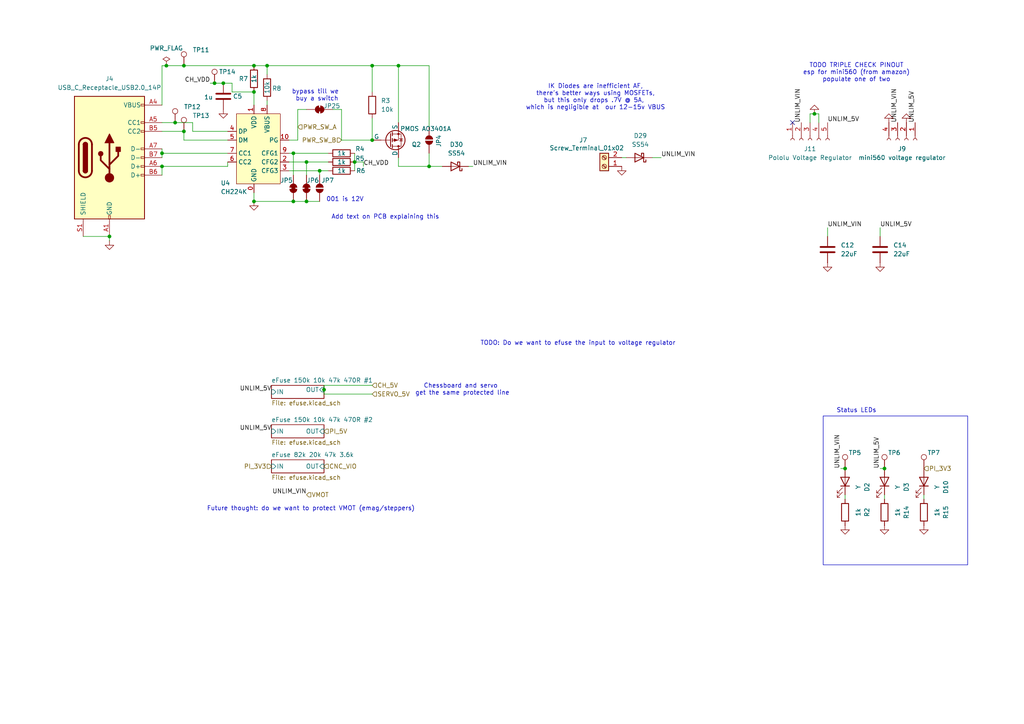
<source format=kicad_sch>
(kicad_sch (version 20231120) (generator "eeschema") (generator_version "8.0")
  (paper "A4")
  (lib_symbols
    (symbol "0chessbot-parts:CH224K"
      (property "Reference" "U" (at 2.54 15.24 0))
      (property "Value" "CH224K" (at 5.08 -11.43 0))
      (symbol "CH224K_0_0"
        (pin passive line (at -1.27 -12.7 90) (length 2.54) (name "GND") (number "0"))
        (pin output line (at 8.89 2.54 180) (length 2.54) (name "PG") (number "10"))
        (pin input line (at 8.89 -3.81 180) (length 2.54) (name "CFG2") (number "2"))
        (pin input line (at 8.89 -6.35 180) (length 2.54) (name "CFG3") (number "3"))
        (pin bidirectional line (at -8.89 5.08 0) (length 2.54) (name "DP") (number "4"))
        (pin bidirectional line (at -8.89 2.54 0) (length 2.54) (name "DM") (number "5"))
        (pin bidirectional line (at -8.89 -3.81 0) (length 2.54) (name "CC2") (number "6"))
        (pin bidirectional line (at -8.89 -1.27 0) (length 2.54) (name "CC1") (number "7"))
        (pin input line (at 8.89 -1.27 180) (length 2.54) (name "CFG1") (number "9"))
      )
      (symbol "CH224K_1_0"
        (pin bidirectional line (at -1.27 12.7 270) (length 2.54) (name "VDD") (number "1"))
        (pin input line (at 2.54 12.7 270) (length 2.54) (name "VBUS") (number "8"))
      )
      (symbol "CH224K_1_1"
        (rectangle (start -6.35 10.16) (end 6.35 -10.16) (fill (type background)))
      )
    )
    (symbol "Connector:Conn_01x04_Socket" (pin_names (offset 1.016) hide)
      (property "Reference" "J" (at 0 5.08 0))
      (property "Value" "Conn_01x04_Socket" (at 0 -7.62 0))
      (symbol "Conn_01x04_Socket_1_1"
        (arc (start 0 -4.572) (mid -0.5058 -5.08) (end 0 -5.588) (stroke (width 0.1524)))
        (arc (start 0 -2.032) (mid -0.5058 -2.54) (end 0 -3.048) (stroke (width 0.1524)))
        (polyline (pts (xy -1.27 -5.08) (xy -0.508 -5.08)) (stroke (width 0.1524)))
        (polyline (pts (xy -1.27 -2.54) (xy -0.508 -2.54)) (stroke (width 0.1524)))
        (polyline (pts (xy -1.27 0) (xy -0.508 0)) (stroke (width 0.1524)))
        (polyline (pts (xy -1.27 2.54) (xy -0.508 2.54)) (stroke (width 0.1524)))
        (arc (start 0 0.508) (mid -0.5058 0) (end 0 -0.508) (stroke (width 0.1524)))
        (arc (start 0 3.048) (mid -0.5058 2.54) (end 0 2.032) (stroke (width 0.1524)))
        (pin passive line (at -5.08 2.54 0) (length 3.81) (name "Pin_1") (number "1"))
        (pin passive line (at -5.08 0 0) (length 3.81) (name "Pin_2") (number "2"))
        (pin passive line (at -5.08 -2.54 0) (length 3.81) (name "Pin_3") (number "3"))
        (pin passive line (at -5.08 -5.08 0) (length 3.81) (name "Pin_4") (number "4"))
      )
    )
    (symbol "Connector:Conn_01x05_Socket" (pin_names (offset 1.016) hide)
      (property "Reference" "J" (at 0 7.62 0))
      (property "Value" "Conn_01x05_Socket" (at 0 -7.62 0))
      (symbol "Conn_01x05_Socket_1_1"
        (arc (start 0 -4.572) (mid -0.5058 -5.08) (end 0 -5.588) (stroke (width 0.1524)))
        (arc (start 0 -2.032) (mid -0.5058 -2.54) (end 0 -3.048) (stroke (width 0.1524)))
        (polyline (pts (xy -1.27 -5.08) (xy -0.508 -5.08)) (stroke (width 0.1524)))
        (polyline (pts (xy -1.27 -2.54) (xy -0.508 -2.54)) (stroke (width 0.1524)))
        (polyline (pts (xy -1.27 0) (xy -0.508 0)) (stroke (width 0.1524)))
        (polyline (pts (xy -1.27 2.54) (xy -0.508 2.54)) (stroke (width 0.1524)))
        (polyline (pts (xy -1.27 5.08) (xy -0.508 5.08)) (stroke (width 0.1524)))
        (arc (start 0 0.508) (mid -0.5058 0) (end 0 -0.508) (stroke (width 0.1524)))
        (arc (start 0 3.048) (mid -0.5058 2.54) (end 0 2.032) (stroke (width 0.1524)))
        (arc (start 0 5.588) (mid -0.5058 5.08) (end 0 4.572) (stroke (width 0.1524)))
        (pin passive line (at -5.08 5.08 0) (length 3.81) (name "Pin_1") (number "1"))
        (pin passive line (at -5.08 2.54 0) (length 3.81) (name "Pin_2") (number "2"))
        (pin passive line (at -5.08 0 0) (length 3.81) (name "Pin_3") (number "3"))
        (pin passive line (at -5.08 -2.54 0) (length 3.81) (name "Pin_4") (number "4"))
        (pin passive line (at -5.08 -5.08 0) (length 3.81) (name "Pin_5") (number "5"))
      )
    )
    (symbol "Connector:Screw_Terminal_01x02" (pin_names (offset 1.016) hide)
      (property "Reference" "J" (at 0 2.54 0))
      (property "Value" "Screw_Terminal_01x02" (at 0 -5.08 0))
      (symbol "Screw_Terminal_01x02_1_1"
        (rectangle (start -1.27 1.27) (end 1.27 -3.81) (stroke (width 0.254)) (fill (type background)))
        (circle (center 0 -2.54) (radius 0.635) (stroke (width 0.1524)))
        (polyline (pts (xy -0.5334 -2.2098) (xy 0.3302 -3.048)) (stroke (width 0.1524)))
        (polyline (pts (xy -0.5334 0.3302) (xy 0.3302 -0.508)) (stroke (width 0.1524)))
        (polyline (pts (xy -0.3556 -2.032) (xy 0.508 -2.8702)) (stroke (width 0.1524)))
        (polyline (pts (xy -0.3556 0.508) (xy 0.508 -0.3302)) (stroke (width 0.1524)))
        (circle (center 0 0) (radius 0.635) (stroke (width 0.1524)))
        (pin passive line (at -5.08 0 0) (length 3.81) (name "Pin_1") (number "1"))
        (pin passive line (at -5.08 -2.54 0) (length 3.81) (name "Pin_2") (number "2"))
      )
    )
    (symbol "Connector:TestPoint" (pin_numbers hide) (pin_names (offset 0.762) hide)
      (property "Reference" "TP" (at 0 6.858 0))
      (property "Value" "TestPoint" (at 0 5.08 0))
      (symbol "TestPoint_0_1"
        (circle (center 0 3.302) (radius 0.762))
      )
      (symbol "TestPoint_1_1"
        (pin passive line (at 0 0 90) (length 2.54) (name "1") (number "1"))
      )
    )
    (symbol "Connector:USB_C_Receptacle_USB2.0_14P" (pin_names (offset 1.016))
      (property "Reference" "J" (at 0 22.225 0))
      (property "Value" "USB_C_Receptacle_USB2.0_14P" (at 0 19.685 0))
      (symbol "USB_C_Receptacle_USB2.0_14P_0_0"
        (rectangle (start -0.254 -17.78) (end 0.254 -16.764))
        (rectangle (start 10.16 -4.826) (end 9.144 -5.334))
        (rectangle (start 10.16 -2.286) (end 9.144 -2.794))
        (rectangle (start 10.16 0.254) (end 9.144 -0.254))
        (rectangle (start 10.16 2.794) (end 9.144 2.286))
        (rectangle (start 10.16 7.874) (end 9.144 7.366))
        (rectangle (start 10.16 10.414) (end 9.144 9.906))
        (rectangle (start 10.16 15.494) (end 9.144 14.986))
      )
      (symbol "USB_C_Receptacle_USB2.0_14P_0_1"
        (rectangle (start -10.16 17.78) (end 10.16 -17.78) (stroke (width 0.254)) (fill (type background)))
        (arc (start -8.89 -3.81) (mid -6.985 -5.7067) (end -5.08 -3.81) (stroke (width 0.508)))
        (arc (start -7.62 -3.81) (mid -6.985 -4.4423) (end -6.35 -3.81) (stroke (width 0.254)))
        (arc (start -7.62 -3.81) (mid -6.985 -4.4423) (end -6.35 -3.81) (stroke (width 0.254)) (fill (type outline)))
        (rectangle (start -7.62 -3.81) (end -6.35 3.81) (stroke (width 0.254)) (fill (type outline)))
        (arc (start -6.35 3.81) (mid -6.985 4.4423) (end -7.62 3.81) (stroke (width 0.254)))
        (arc (start -6.35 3.81) (mid -6.985 4.4423) (end -7.62 3.81) (stroke (width 0.254)) (fill (type outline)))
        (arc (start -5.08 3.81) (mid -6.985 5.7067) (end -8.89 3.81) (stroke (width 0.508)))
        (circle (center -2.54 1.143) (radius 0.635) (stroke (width 0.254)) (fill (type outline)))
        (circle (center 0 -5.842) (radius 1.27) (fill (type outline)))
        (polyline (pts (xy -8.89 -3.81) (xy -8.89 3.81)) (stroke (width 0.508)))
        (polyline (pts (xy -5.08 3.81) (xy -5.08 -3.81)) (stroke (width 0.508)))
        (polyline (pts (xy 0 -5.842) (xy 0 4.318)) (stroke (width 0.508)))
        (polyline (pts (xy 0 -3.302) (xy -2.54 -0.762) (xy -2.54 0.508)) (stroke (width 0.508)))
        (polyline (pts (xy 0 -2.032) (xy 2.54 0.508) (xy 2.54 1.778)) (stroke (width 0.508)))
        (polyline (pts (xy -1.27 4.318) (xy 0 6.858) (xy 1.27 4.318) (xy -1.27 4.318)) (stroke (width 0.254)) (fill (type outline)))
        (rectangle (start 1.905 1.778) (end 3.175 3.048) (stroke (width 0.254)) (fill (type outline)))
      )
      (symbol "USB_C_Receptacle_USB2.0_14P_1_1"
        (pin passive line (at 0 -22.86 90) (length 5.08) (name "GND") (number "A1"))
        (pin passive line (at 0 -22.86 90) (length 5.08) hide (name "GND") (number "A12"))
        (pin passive line (at 15.24 15.24 180) (length 5.08) (name "VBUS") (number "A4"))
        (pin bidirectional line (at 15.24 10.16 180) (length 5.08) (name "CC1") (number "A5"))
        (pin bidirectional line (at 15.24 -2.54 180) (length 5.08) (name "D+") (number "A6"))
        (pin bidirectional line (at 15.24 2.54 180) (length 5.08) (name "D-") (number "A7"))
        (pin passive line (at 15.24 15.24 180) (length 5.08) hide (name "VBUS") (number "A9"))
        (pin passive line (at 0 -22.86 90) (length 5.08) hide (name "GND") (number "B1"))
        (pin passive line (at 0 -22.86 90) (length 5.08) hide (name "GND") (number "B12"))
        (pin passive line (at 15.24 15.24 180) (length 5.08) hide (name "VBUS") (number "B4"))
        (pin bidirectional line (at 15.24 7.62 180) (length 5.08) (name "CC2") (number "B5"))
        (pin bidirectional line (at 15.24 -5.08 180) (length 5.08) (name "D+") (number "B6"))
        (pin bidirectional line (at 15.24 0 180) (length 5.08) (name "D-") (number "B7"))
        (pin passive line (at 15.24 15.24 180) (length 5.08) hide (name "VBUS") (number "B9"))
        (pin passive line (at -7.62 -22.86 90) (length 5.08) (name "SHIELD") (number "S1"))
      )
    )
    (symbol "Device:C" (pin_numbers hide) (pin_names (offset 0.254))
      (property "Reference" "C" (at 0.635 2.54 0))
      (property "Value" "C" (at 0.635 -2.54 0))
      (symbol "C_0_1"
        (polyline (pts (xy -2.032 -0.762) (xy 2.032 -0.762)) (stroke (width 0.508)))
        (polyline (pts (xy -2.032 0.762) (xy 2.032 0.762)) (stroke (width 0.508)))
      )
      (symbol "C_1_1"
        (pin passive line (at 0 3.81 270) (length 2.794) (name "~") (number "1"))
        (pin passive line (at 0 -3.81 90) (length 2.794) (name "~") (number "2"))
      )
    )
    (symbol "Device:D_Schottky" (pin_numbers hide) (pin_names (offset 1.016) hide)
      (property "Reference" "D" (at 0 2.54 0))
      (property "Value" "D_Schottky" (at 0 -2.54 0))
      (symbol "D_Schottky_0_1"
        (polyline (pts (xy 1.27 0) (xy -1.27 0)))
        (polyline (pts (xy 1.27 1.27) (xy 1.27 -1.27) (xy -1.27 0) (xy 1.27 1.27)) (stroke (width 0.254)))
        (polyline (pts (xy -1.905 0.635) (xy -1.905 1.27) (xy -1.27 1.27) (xy -1.27 -1.27) (xy -0.635 -1.27) (xy -0.635 -0.635)) (stroke (width 0.254)))
      )
      (symbol "D_Schottky_1_1"
        (pin passive line (at -3.81 0 0) (length 2.54) (name "K") (number "1"))
        (pin passive line (at 3.81 0 180) (length 2.54) (name "A") (number "2"))
      )
    )
    (symbol "Device:LED" (pin_numbers hide) (pin_names (offset 1.016) hide)
      (property "Reference" "D" (at 0 2.54 0))
      (property "Value" "LED" (at 0 -2.54 0))
      (symbol "LED_0_1"
        (polyline (pts (xy -1.27 -1.27) (xy -1.27 1.27)) (stroke (width 0.254)))
        (polyline (pts (xy -1.27 0) (xy 1.27 0)))
        (polyline (pts (xy 1.27 -1.27) (xy 1.27 1.27) (xy -1.27 0) (xy 1.27 -1.27)) (stroke (width 0.254)))
        (polyline (pts (xy -3.048 -0.762) (xy -4.572 -2.286) (xy -3.81 -2.286) (xy -4.572 -2.286) (xy -4.572 -1.524)))
        (polyline (pts (xy -1.778 -0.762) (xy -3.302 -2.286) (xy -2.54 -2.286) (xy -3.302 -2.286) (xy -3.302 -1.524)))
      )
      (symbol "LED_1_1"
        (pin passive line (at -3.81 0 0) (length 2.54) (name "K") (number "1"))
        (pin passive line (at 3.81 0 180) (length 2.54) (name "A") (number "2"))
      )
    )
    (symbol "Device:R" (pin_numbers hide) (pin_names (offset 0))
      (property "Reference" "R" (at 2.032 0 90))
      (property "Value" "R" (at 0 0 90))
      (symbol "R_0_1"
        (rectangle (start -1.016 -2.54) (end 1.016 2.54) (stroke (width 0.254)))
      )
      (symbol "R_1_1"
        (pin passive line (at 0 3.81 270) (length 1.27) (name "~") (number "1"))
        (pin passive line (at 0 -3.81 90) (length 1.27) (name "~") (number "2"))
      )
    )
    (symbol "Jumper:SolderJumper_2_Bridged" (pin_numbers hide) (pin_names (offset 0) hide) (exclude_from_sim yes) (in_bom no)
      (property "Reference" "JP" (at 0 2.032 0))
      (property "Value" "SolderJumper_2_Bridged" (at 0 -2.54 0))
      (symbol "SolderJumper_2_Bridged_0_1"
        (rectangle (start -0.508 0.508) (end 0.508 -0.508) (fill (type outline)))
        (arc (start -0.254 1.016) (mid -1.2656 0) (end -0.254 -1.016))
        (arc (start -0.254 1.016) (mid -1.2656 0) (end -0.254 -1.016) (fill (type outline)))
        (polyline (pts (xy -0.254 1.016) (xy -0.254 -1.016)))
        (polyline (pts (xy 0.254 1.016) (xy 0.254 -1.016)))
        (arc (start 0.254 -1.016) (mid 1.2656 0) (end 0.254 1.016))
        (arc (start 0.254 -1.016) (mid 1.2656 0) (end 0.254 1.016) (fill (type outline)))
      )
      (symbol "SolderJumper_2_Bridged_1_1"
        (pin passive line (at -3.81 0 0) (length 2.54) (name "A") (number "1"))
        (pin passive line (at 3.81 0 180) (length 2.54) (name "B") (number "2"))
      )
    )
    (symbol "Jumper:SolderJumper_2_Open" (pin_numbers hide) (pin_names (offset 0) hide) (exclude_from_sim yes) (in_bom no)
      (property "Reference" "JP" (at 0 2.032 0))
      (property "Value" "SolderJumper_2_Open" (at 0 -2.54 0))
      (symbol "SolderJumper_2_Open_0_1"
        (arc (start -0.254 1.016) (mid -1.2656 0) (end -0.254 -1.016))
        (arc (start -0.254 1.016) (mid -1.2656 0) (end -0.254 -1.016) (fill (type outline)))
        (polyline (pts (xy -0.254 1.016) (xy -0.254 -1.016)))
        (polyline (pts (xy 0.254 1.016) (xy 0.254 -1.016)))
        (arc (start 0.254 -1.016) (mid 1.2656 0) (end 0.254 1.016))
        (arc (start 0.254 -1.016) (mid 1.2656 0) (end 0.254 1.016) (fill (type outline)))
      )
      (symbol "SolderJumper_2_Open_1_1"
        (pin passive line (at -3.81 0 0) (length 2.54) (name "A") (number "1"))
        (pin passive line (at 3.81 0 180) (length 2.54) (name "B") (number "2"))
      )
    )
    (symbol "Simulation_SPICE:PMOS" (pin_numbers hide) (pin_names (offset 0))
      (property "Reference" "Q" (at 5.08 1.27 0))
      (property "Value" "PMOS" (at 5.08 -1.27 0))
      (symbol "PMOS_0_1"
        (polyline (pts (xy 0.254 0) (xy -2.54 0)))
        (polyline (pts (xy 0.254 1.905) (xy 0.254 -1.905)) (stroke (width 0.254)))
        (polyline (pts (xy 0.762 -1.27) (xy 0.762 -2.286)) (stroke (width 0.254)))
        (polyline (pts (xy 0.762 0.508) (xy 0.762 -0.508)) (stroke (width 0.254)))
        (polyline (pts (xy 0.762 2.286) (xy 0.762 1.27)) (stroke (width 0.254)))
        (polyline (pts (xy 2.54 2.54) (xy 2.54 1.778)))
        (polyline (pts (xy 2.54 -2.54) (xy 2.54 0) (xy 0.762 0)))
        (polyline (pts (xy 0.762 1.778) (xy 3.302 1.778) (xy 3.302 -1.778) (xy 0.762 -1.778)))
        (polyline (pts (xy 2.286 0) (xy 1.27 0.381) (xy 1.27 -0.381) (xy 2.286 0)) (fill (type outline)))
        (polyline (pts (xy 2.794 -0.508) (xy 2.921 -0.381) (xy 3.683 -0.381) (xy 3.81 -0.254)))
        (polyline (pts (xy 3.302 -0.381) (xy 2.921 0.254) (xy 3.683 0.254) (xy 3.302 -0.381)))
        (circle (center 1.651 0) (radius 2.794) (stroke (width 0.254)))
        (circle (center 2.54 -1.778) (radius 0.254) (fill (type outline)))
        (circle (center 2.54 1.778) (radius 0.254) (fill (type outline)))
      )
      (symbol "PMOS_1_1"
        (pin passive line (at 2.54 5.08 270) (length 2.54) (name "D") (number "1"))
        (pin input line (at -5.08 0 0) (length 2.54) (name "G") (number "2"))
        (pin passive line (at 2.54 -5.08 90) (length 2.54) (name "S") (number "3"))
      )
    )
    (symbol "power:GND" (power) (pin_numbers hide) (pin_names (offset 0) hide)
      (property "Value" "GND" (at 0 -3.81 0))
      (symbol "GND_0_1"
        (polyline (pts (xy 0 0) (xy 0 -1.27) (xy 1.27 -1.27) (xy 0 -2.54) (xy -1.27 -1.27) (xy 0 -1.27)))
      )
      (symbol "GND_1_1"
        (pin power_in line (at 0 0 270) (length 0) (name "~") (number "1"))
      )
    )
    (symbol "power:PWR_FLAG" (power) (pin_numbers hide) (pin_names (offset 0) hide)
      (property "Value" "PWR_FLAG" (at 0 3.81 0))
      (symbol "PWR_FLAG_0_0"
        (pin power_out line (at 0 0 90) (length 0) (name "~") (number "1"))
      )
      (symbol "PWR_FLAG_0_1"
        (polyline (pts (xy 0 0) (xy 0 1.27) (xy -1.016 1.905) (xy 0 2.54) (xy 1.016 1.905) (xy 0 1.27)))
      )
    )
  )
  (junction (at 93.98 113.03))
  (junction (at 236.22 33.02))
  (junction (at 88.9 46.99))
  (junction (at 48.26 19.05))
  (junction (at 53.34 19.05))
  (junction (at 50.8 35.56))
  (junction (at 107.95 40.64))
  (junction (at 102.87 46.99))
  (junction (at 92.71 49.53))
  (junction (at 124.46 48.26))
  (junction (at 64.77 24.13))
  (junction (at 62.23 24.13))
  (junction (at 256.54 135.89))
  (junction (at 53.34 38.1))
  (junction (at 85.09 44.45))
  (junction (at 115.57 19.05))
  (junction (at 245.11 135.89))
  (junction (at 73.66 26.67))
  (junction (at 88.9 58.42))
  (junction (at 85.09 58.42))
  (junction (at 73.66 19.05))
  (junction (at 73.66 58.42))
  (junction (at 46.99 48.26))
  (junction (at 107.95 19.05))
  (junction (at 77.47 19.05))
  (junction (at 31.75 68.58))
  (junction (at 46.99 44.45))
  (no_connect (at 229.87 35.56))
  (wire (pts (xy 46.99 48.26) (xy 46.99 50.8)))
  (wire (pts (xy 73.66 58.42) (xy 85.09 58.42)))
  (wire (pts (xy 267.97 144.78) (xy 267.97 143.51)))
  (wire (pts (xy 83.82 46.99) (xy 88.9 46.99)))
  (wire (pts (xy 86.36 40.64) (xy 83.82 40.64)))
  (wire (pts (xy 73.66 58.42) (xy 73.66 55.88)))
  (wire (pts (xy 234.95 35.56) (xy 234.95 33.02)))
  (wire (pts (xy 66.04 46.99) (xy 66.04 48.26)))
  (wire (pts (xy 60.96 24.13) (xy 62.23 24.13)))
  (wire (pts (xy 115.57 19.05) (xy 124.46 19.05)))
  (wire (pts (xy 93.98 114.3) (xy 93.98 113.03)))
  (wire (pts (xy 237.49 33.02) (xy 236.22 33.02)))
  (wire (pts (xy 240.03 66.04) (xy 240.03 68.58)))
  (wire (pts (xy 46.99 44.45) (xy 66.04 44.45)))
  (wire (pts (xy 53.34 19.05) (xy 73.66 19.05)))
  (wire (pts (xy 53.34 40.64) (xy 53.34 38.1)))
  (wire (pts (xy 88.9 31.75) (xy 86.36 31.75)))
  (wire (pts (xy 93.98 114.3) (xy 107.95 114.3)))
  (wire (pts (xy 62.23 24.13) (xy 64.77 24.13)))
  (wire (pts (xy 92.71 50.8) (xy 92.71 49.53)))
  (wire (pts (xy 96.52 31.75) (xy 99.06 31.75)))
  (wire (pts (xy 245.11 144.78) (xy 245.11 143.51)))
  (wire (pts (xy 124.46 48.26) (xy 128.27 48.26)))
  (wire (pts (xy 189.23 45.72) (xy 191.77 45.72)))
  (wire (pts (xy 115.57 48.26) (xy 115.57 45.72)))
  (wire (pts (xy 237.49 35.56) (xy 237.49 33.02)))
  (wire (pts (xy 77.47 19.05) (xy 107.95 19.05)))
  (wire (pts (xy 31.75 69.85) (xy 31.75 68.58)))
  (wire (pts (xy 46.99 48.26) (xy 66.04 48.26)))
  (wire (pts (xy 124.46 48.26) (xy 124.46 44.45)))
  (wire (pts (xy 180.34 45.72) (xy 181.61 45.72)))
  (wire (pts (xy 99.06 31.75) (xy 99.06 40.64)))
  (wire (pts (xy 92.71 49.53) (xy 83.82 49.53)))
  (wire (pts (xy 255.27 135.89) (xy 256.54 135.89)))
  (wire (pts (xy 86.36 31.75) (xy 86.36 40.64)))
  (wire (pts (xy 46.99 19.05) (xy 48.26 19.05)))
  (wire (pts (xy 255.27 66.04) (xy 255.27 68.58)))
  (wire (pts (xy 102.87 46.99) (xy 102.87 44.45)))
  (wire (pts (xy 24.13 68.58) (xy 31.75 68.58)))
  (wire (pts (xy 73.66 26.67) (xy 73.66 30.48)))
  (wire (pts (xy 73.66 19.05) (xy 77.47 19.05)))
  (wire (pts (xy 55.88 35.56) (xy 50.8 35.56)))
  (wire (pts (xy 53.34 38.1) (xy 46.99 38.1)))
  (wire (pts (xy 124.46 19.05) (xy 124.46 36.83)))
  (wire (pts (xy 115.57 19.05) (xy 115.57 35.56)))
  (wire (pts (xy 99.06 40.64) (xy 107.95 40.64)))
  (wire (pts (xy 85.09 58.42) (xy 88.9 58.42)))
  (wire (pts (xy 46.99 30.48) (xy 46.99 19.05)))
  (wire (pts (xy 135.89 48.26) (xy 137.16 48.26)))
  (wire (pts (xy 93.98 111.76) (xy 93.98 113.03)))
  (wire (pts (xy 88.9 46.99) (xy 95.25 46.99)))
  (wire (pts (xy 66.04 40.64) (xy 53.34 40.64)))
  (wire (pts (xy 77.47 19.05) (xy 77.47 21.59)))
  (wire (pts (xy 50.8 35.56) (xy 46.99 35.56)))
  (wire (pts (xy 67.31 24.13) (xy 67.31 26.67)))
  (wire (pts (xy 105.41 46.99) (xy 102.87 46.99)))
  (wire (pts (xy 55.88 38.1) (xy 55.88 35.56)))
  (wire (pts (xy 46.99 44.45) (xy 46.99 45.72)))
  (wire (pts (xy 85.09 50.8) (xy 85.09 44.45)))
  (wire (pts (xy 77.47 29.21) (xy 77.47 30.48)))
  (wire (pts (xy 67.31 26.67) (xy 73.66 26.67)))
  (wire (pts (xy 107.95 19.05) (xy 115.57 19.05)))
  (wire (pts (xy 107.95 34.29) (xy 107.95 40.64)))
  (wire (pts (xy 107.95 111.76) (xy 93.98 111.76)))
  (wire (pts (xy 102.87 49.53) (xy 102.87 46.99)))
  (wire (pts (xy 124.46 48.26) (xy 115.57 48.26)))
  (wire (pts (xy 95.25 49.53) (xy 92.71 49.53)))
  (wire (pts (xy 46.99 43.18) (xy 46.99 44.45)))
  (wire (pts (xy 243.84 135.89) (xy 245.11 135.89)))
  (wire (pts (xy 88.9 50.8) (xy 88.9 46.99)))
  (wire (pts (xy 66.04 38.1) (xy 55.88 38.1)))
  (wire (pts (xy 88.9 58.42) (xy 92.71 58.42)))
  (wire (pts (xy 48.26 19.05) (xy 53.34 19.05)))
  (wire (pts (xy 85.09 44.45) (xy 83.82 44.45)))
  (wire (pts (xy 95.25 44.45) (xy 85.09 44.45)))
  (wire (pts (xy 105.41 48.26) (xy 105.41 46.99)))
  (wire (pts (xy 234.95 33.02) (xy 236.22 33.02)))
  (wire (pts (xy 256.54 144.78) (xy 256.54 143.51)))
  (wire (pts (xy 107.95 19.05) (xy 107.95 26.67)))
  (wire (pts (xy 67.31 24.13) (xy 64.77 24.13)))
  (rectangle (start 238.76 120.65) (end 280.67 163.83))
  (text "TODO TRIPLE CHECK PINOUT\nesp for mini560 (from amazon)\npopulate one of two" (at 248.412 21.082 0) (effects (font (size 1.27 1.27))))
  (text "IK Diodes are inefficient AF,\nthere's better ways using MOSFETs,\nbut this only drops .7V @ 5A, \nwhich is negligible at  our 12-15v VBUS" (at 172.72 28.194 0) (effects (font (size 1.27 1.27))))
  (text "Chessboard and servo \nget the same protected line" (at 134.112 113.03 0) (effects (font (size 1.27 1.27))))
  (text "Add text on PCB explaining this" (at 111.76 62.992 0) (effects (font (size 1.27 1.27))))
  (text "bypass till we \nbuy a switch" (at 91.948 27.686 0) (effects (font (size 1.27 1.27))))
  (text "Future thought: do we want to protect VMOT (emag/steppers)" (at 90.17 147.574 0) (effects (font (size 1.27 1.27))))
  (text "Status LEDs" (at 248.412 119.126 0) (effects (font (size 1.27 1.27))))
  (text "001 is 12V" (at 100.076 57.912 0) (effects (font (size 1.27 1.27))))
  (text "TODO: Do we want to efuse the input to voltage regulator" (at 167.6357 99.5891 0) (effects (font (size 1.27 1.27))))
  (label "UNLIM_VIN" (at 260.35 35.56 90))
  (label "UNLIM_5V" (at 78.74 113.665 180))
  (label "UNLIM_VIN" (at 137.16 48.26 0))
  (label "UNLIM_VIN" (at 243.84 135.89 90))
  (label "UNLIM_5V" (at 255.27 135.89 90))
  (label "CH_VDD" (at 60.96 24.13 180))
  (label "UNLIM_5V" (at 240.03 35.56 0))
  (label "CH_VDD" (at 105.41 48.26 0))
  (label "UNLIM_VIN" (at 240.03 66.04 0))
  (label "UNLIM_5V" (at 78.74 125.095 180))
  (label "UNLIM_VIN" (at 88.9 143.51 180))
  (label "UNLIM_VIN" (at 232.41 35.56 90))
  (label "UNLIM_VIN" (at 191.77 45.72 0))
  (label "UNLIM_5V" (at 265.43 35.56 90))
  (label "UNLIM_5V" (at 255.27 66.04 0))
  (hierarchical_label "VMOT" (shape input) (at 88.9 143.51 0))
  (hierarchical_label "PI_3V3" (shape input) (at 267.97 135.89 0))
  (hierarchical_label "CH_5V" (shape input) (at 107.95 111.76 0))
  (hierarchical_label "PI_3V3" (shape input) (at 78.74 135.255 180))
  (hierarchical_label "PWR_SW_A" (shape input) (at 86.36 36.83 0))
  (hierarchical_label "SERVO_5V" (shape input) (at 107.95 114.3 0))
  (hierarchical_label "PWR_SW_B" (shape input) (at 99.06 40.64 180))
  (hierarchical_label "CNC_VIO" (shape input) (at 93.98 135.255 0))
  (hierarchical_label "PI_5V" (shape input) (at 93.98 125.095 0))
  (symbol (lib_id "power:GND") (at 236.22 33.02 180) (unit 1)
    (property "Reference" "#PWR015" (effects (hide yes)))
    (property "Value" "GND" (effects (hide yes)))
    (property "Description" "Power symbol creates a global label with name \"GND\" , ground" (effects (hide yes)))
  )
  (symbol (lib_id "Connector:USB_C_Receptacle_USB2.0_14P") (at 31.75 45.72 0) (unit 1)
    (property "Reference" "J4" (at 31.75 22.86 0))
    (property "Value" "USB_C_Receptacle_USB2.0_14P" (at 31.75 25.4 0))
    (property "Footprint" "Connector_USB:USB_C_Receptacle_HRO_TYPE-C-31-M-12" (effects (hide yes)))
    (property "Datasheet" "https://www.usb.org/sites/default/files/documents/usb_type-c.zip" (effects (hide yes)))
    (property "Description" "USB 2.0-only 14P Type-C Receptacle connector" (effects (hide yes)))
  )
  (symbol (lib_id "power:GND") (at 267.97 152.4 0) (unit 1)
    (property "Reference" "#PWR08" (effects (hide yes)))
    (property "Value" "GND" (effects (hide yes)))
    (property "Description" "Power symbol creates a global label with name \"GND\" , ground" (effects (hide yes)))
  )
  (symbol (lib_id "power:PWR_FLAG") (at 48.26 19.05 0) (unit 1)
    (property "Reference" "#FLG01" (effects (hide yes)))
    (property "Value" "PWR_FLAG" (at 48.26 13.97 0))
    (property "Description" "Special symbol for telling ERC where power comes from" (effects (hide yes)))
  )
  (symbol (lib_id "Jumper:SolderJumper_2_Open") (at 92.71 54.61 90) (unit 1) (exclude_from_sim yes) (in_bom no)
    (property "Reference" "JP7" (at 93.218 52.324 90) (effects (justify right)))
    (property "Value" "SolderJumper_2_Open" (effects (hide yes)))
    (property "Footprint" "Jumper:SolderJumper-2_P1.3mm_Open_RoundedPad1.0x1.5mm" (effects (hide yes)))
    (property "Description" "Solder Jumper, 2-pole, open" (effects (hide yes)))
  )
  (symbol (lib_id "Jumper:SolderJumper_2_Bridged") (at 85.09 54.61 90) (unit 1) (exclude_from_sim yes) (in_bom no)
    (property "Reference" "JP5" (at 81.28 52.324 90) (effects (justify right)))
    (property "Value" "SolderJumper_2_Bridged" (effects (hide yes)))
    (property "Footprint" "Jumper:SolderJumper-2_P1.3mm_Bridged2Bar_RoundedPad1.0x1.5mm" (effects (hide yes)))
    (property "Description" "Solder Jumper, 2-pole, closed/bridged" (effects (hide yes)))
  )
  (symbol (lib_id "power:GND") (at 262.89 35.56 180) (unit 1)
    (property "Reference" "#PWR023" (effects (hide yes)))
    (property "Value" "GND" (effects (hide yes)))
    (property "Description" "Power symbol creates a global label with name \"GND\" , ground" (effects (hide yes)))
  )
  (symbol (lib_id "Connector:TestPoint") (at 245.11 135.89 0) (unit 1)
    (property "Reference" "TP5" (at 246.126 131.318 0) (effects (justify left)))
    (property "Value" "TestPoint" (effects (hide yes)))
    (property "Footprint" "Connector_PinSocket_2.54mm:PinSocket_1x01_P2.54mm_Vertical" (effects (hide yes)))
    (property "Description" "test point" (effects (hide yes)))
  )
  (symbol (lib_id "Jumper:SolderJumper_2_Bridged") (at 92.71 31.75 0) (unit 1) (exclude_from_sim yes) (in_bom no)
    (property "Reference" "JP25" (at 96.266 30.734 0))
    (property "Value" "SolderJumper_2_Bridged" (effects (hide yes)))
    (property "Footprint" "Jumper:SolderJumper-2_P1.3mm_Bridged2Bar_RoundedPad1.0x1.5mm" (effects (hide yes)))
    (property "Description" "Solder Jumper, 2-pole, closed/bridged" (effects (hide yes)))
  )
  (symbol (lib_id "Connector:TestPoint") (at 267.97 135.89 0) (unit 1)
    (property "Reference" "TP7" (at 268.986 131.318 0) (effects (justify left)))
    (property "Value" "TestPoint" (effects (hide yes)))
    (property "Footprint" "Connector_PinSocket_2.54mm:PinSocket_1x01_P2.54mm_Vertical" (effects (hide yes)))
    (property "Description" "test point" (effects (hide yes)))
  )
  (symbol (lib_id "Connector:TestPoint") (at 62.23 24.13 0) (unit 1)
    (property "Reference" "TP14" (at 63.5 20.828 0) (effects (justify left)))
    (property "Value" "TestPoint" (effects (hide yes)))
    (property "Footprint" "Connector_PinSocket_2.54mm:PinSocket_1x01_P2.54mm_Vertical" (effects (hide yes)))
    (property "Description" "test point" (effects (hide yes)))
  )
  (symbol (lib_id "Jumper:SolderJumper_2_Bridged") (at 88.9 54.61 90) (unit 1) (exclude_from_sim yes) (in_bom no)
    (property "Reference" "JP6" (at 88.9 52.324 90) (effects (justify right)))
    (property "Value" "SolderJumper_2_Bridged" (effects (hide yes)))
    (property "Footprint" "Jumper:SolderJumper-2_P1.3mm_Bridged2Bar_RoundedPad1.0x1.5mm" (effects (hide yes)))
    (property "Description" "Solder Jumper, 2-pole, closed/bridged" (effects (hide yes)))
  )
  (symbol (lib_id "power:GND") (at 31.75 69.85 0) (unit 1)
    (property "Reference" "#PWR019" (effects (hide yes)))
    (property "Value" "GND" (effects (hide yes)))
    (property "Description" "Power symbol creates a global label with name \"GND\" , ground" (effects (hide yes)))
  )
  (symbol (lib_id "Jumper:SolderJumper_2_Open") (at 124.46 40.64 270) (unit 1) (exclude_from_sim yes) (in_bom no)
    (property "Reference" "JP4" (at 127.254 40.894 0))
    (property "Value" "SolderJumper_2_Open" (effects (hide yes)))
    (property "Footprint" "Jumper:SolderJumper-2_P1.3mm_Open_RoundedPad1.0x1.5mm" (effects (hide yes)))
    (property "Description" "Solder Jumper, 2-pole, open" (effects (hide yes)))
  )
  (symbol (lib_id "Device:D_Schottky") (at 132.08 48.26 180) (unit 1)
    (property "Reference" "D30" (at 132.3975 41.91 0))
    (property "Value" "SS54" (at 132.3975 44.45 0))
    (property "Footprint" "Diode_SMD:D_SMA_Handsoldering" (effects (hide yes)))
    (property "Description" "Schottky diode" (effects (hide yes)))
  )
  (symbol (lib_id "power:GND") (at 245.11 152.4 0) (unit 1)
    (property "Reference" "#PWR04" (effects (hide yes)))
    (property "Value" "GND" (effects (hide yes)))
    (property "Description" "Power symbol creates a global label with name \"GND\" , ground" (effects (hide yes)))
  )
  (symbol (lib_id "Device:R") (at 267.97 148.59 0) (mirror x) (unit 1)
    (property "Reference" "R15" (at 274.32 148.59 90))
    (property "Value" "1k" (at 271.78 148.59 90))
    (property "Footprint" "Resistor_SMD:R_0603_1608Metric_Pad0.98x0.95mm_HandSolder" (effects (hide yes)))
    (property "Description" "Resistor" (effects (hide yes)))
  )
  (symbol (lib_id "Device:C") (at 240.03 72.39 0) (unit 1)
    (property "Reference" "C12" (at 243.84 71.1199 0) (effects (justify left)))
    (property "Value" "22uF" (at 243.84 73.6599 0) (effects (justify left)))
    (property "Footprint" "Capacitor_SMD:C_1206_3216Metric_Pad1.33x1.80mm_HandSolder" (effects (hide yes)))
    (property "Description" "Unpolarized capacitor" (effects (hide yes)))
  )
  (symbol (lib_id "Connector:Screw_Terminal_01x02") (at 175.26 48.26 180) (unit 1)
    (property "Reference" "J7" (at 169.164 40.64 0))
    (property "Value" "Screw_Terminal_01x02" (at 170.18 42.926 0))
    (property "Footprint" "TerminalBlock_RND:TerminalBlock_RND_205-00287_1x02_P5.08mm_Horizontal" (effects (hide yes)))
    (property "Description" "Generic screw terminal, single row, 01x02, script generated (kicad-library-utils/schlib/autogen/connector/)" (effects (hide yes)))
  )
  (symbol (lib_id "Connector:Conn_01x05_Socket") (at 234.95 40.64 90) (mirror x) (unit 1)
    (property "Reference" "J11" (at 234.95 43.18 90))
    (property "Value" "Pololu Voltage Regulator" (at 234.95 45.72 90))
    (property "Footprint" "0chessbot-parts:reg15d" (effects (hide yes)))
    (property "Description" "Generic connector, single row, 01x05, script generated" (effects (hide yes)))
  )
  (symbol (lib_id "Simulation_SPICE:PMOS") (at 113.03 40.64 0) (mirror x) (unit 1)
    (property "Reference" "Q2" (at 119.38 41.9101 0) (effects (justify left)))
    (property "Value" "PMOS AO3401A" (at 116.078 37.338 0) (effects (justify left)))
    (property "Footprint" "Package_TO_SOT_SMD:SOT-23_Handsoldering" (effects (hide yes)))
    (property "Datasheet" "https://ngspice.sourceforge.io/docs/ngspice-html-manual/manual.xhtml#cha_MOSFETs" (effects (hide yes)))
    (property "Description" "P-MOSFET transistor, drain/source/gate" (effects (hide yes)))
    (property "Sim.Device" "PMOS" (effects (hide yes)))
    (property "Sim.Type" "VDMOS" (effects (hide yes)))
    (property "Sim.Pins" "1=D 2=G 3=S" (effects (hide yes)))
  )
  (symbol (lib_id "Device:R") (at 73.66 22.86 0) (mirror x) (unit 1)
    (property "Reference" "R7" (at 70.612 22.86 0))
    (property "Value" "1k" (at 73.66 22.86 90))
    (property "Footprint" "Resistor_SMD:R_0603_1608Metric_Pad0.98x0.95mm_HandSolder" (effects (hide yes)))
    (property "Description" "Resistor" (effects (hide yes)))
  )
  (symbol (lib_id "power:GND") (at 180.34 48.26 0) (unit 1)
    (property "Reference" "#PWR09" (effects (hide yes)))
    (property "Value" "GND" (effects (hide yes)))
    (property "Description" "Power symbol creates a global label with name \"GND\" , ground" (effects (hide yes)))
  )
  (symbol (lib_id "Connector:Conn_01x04_Socket") (at 262.89 40.64 270) (unit 1)
    (property "Reference" "J9" (at 261.62 43.18 90))
    (property "Value" "mini560 voltage regulator" (at 261.62 45.72 90))
    (property "Footprint" "0chessbot-parts:mini560" (effects (hide yes)))
    (property "Description" "Generic connector, single row, 01x04, script generated" (effects (hide yes)))
  )
  (symbol (lib_id "Device:LED") (at 267.97 139.7 270) (mirror x) (unit 1)
    (property "Reference" "D10" (at 274.32 141.2875 0))
    (property "Value" "Y" (at 271.78 141.2875 0))
    (property "Footprint" "LED_SMD:LED_0603_1608Metric_Pad1.05x0.95mm_HandSolder" (effects (hide yes)))
    (property "Description" "Light emitting diode" (effects (hide yes)))
  )
  (symbol (lib_id "power:GND") (at 255.27 76.2 0) (unit 1)
    (property "Reference" "#PWR036" (effects (hide yes)))
    (property "Value" "GND" (effects (hide yes)))
    (property "Description" "Power symbol creates a global label with name \"GND\" , ground" (effects (hide yes)))
  )
  (symbol (lib_id "Device:LED") (at 256.54 139.7 270) (mirror x) (unit 1)
    (property "Reference" "D3" (at 262.89 141.2875 0))
    (property "Value" "Y" (at 260.35 141.2875 0))
    (property "Footprint" "LED_SMD:LED_0603_1608Metric_Pad1.05x0.95mm_HandSolder" (effects (hide yes)))
    (property "Description" "Light emitting diode" (effects (hide yes)))
  )
  (symbol (lib_id "power:GND") (at 64.77 31.75 0) (unit 1)
    (property "Reference" "#PWR018" (effects (hide yes)))
    (property "Value" "GND" (effects (hide yes)))
    (property "Description" "Power symbol creates a global label with name \"GND\" , ground" (effects (hide yes)))
  )
  (symbol (lib_id "Connector:TestPoint") (at 53.34 38.1 0) (unit 1)
    (property "Reference" "TP13" (at 55.88 33.5279 0) (effects (justify left)))
    (property "Value" "TestPoint" (effects (hide yes)))
    (property "Footprint" "Connector_PinSocket_2.54mm:PinSocket_1x01_P2.54mm_Vertical" (effects (hide yes)))
    (property "Description" "test point" (effects (hide yes)))
  )
  (symbol (lib_id "Device:C") (at 64.77 27.94 0) (unit 1)
    (property "Reference" "C5" (at 67.564 27.94 0) (effects (justify left)))
    (property "Value" "1u" (at 59.182 28.194 0) (effects (justify left)))
    (property "Footprint" "Capacitor_SMD:C_0603_1608Metric_Pad1.08x0.95mm_HandSolder" (effects (hide yes)))
    (property "Description" "Unpolarized capacitor" (effects (hide yes)))
  )
  (symbol (lib_id "power:GND") (at 257.81 35.56 180) (unit 1)
    (property "Reference" "#PWR038" (effects (hide yes)))
    (property "Value" "GND" (effects (hide yes)))
    (property "Description" "Power symbol creates a global label with name \"GND\" , ground" (effects (hide yes)))
  )
  (symbol (lib_id "Device:R") (at 256.54 148.59 0) (mirror x) (unit 1)
    (property "Reference" "R14" (at 262.89 148.59 90))
    (property "Value" "1k" (at 260.35 148.59 90))
    (property "Footprint" "Resistor_SMD:R_0603_1608Metric_Pad0.98x0.95mm_HandSolder" (effects (hide yes)))
    (property "Description" "Resistor" (effects (hide yes)))
  )
  (symbol (lib_id "Device:R") (at 99.06 44.45 270) (mirror x) (unit 1)
    (property "Reference" "R4" (at 104.394 43.18 90))
    (property "Value" "1k" (at 99.06 44.45 90))
    (property "Footprint" "Resistor_SMD:R_0603_1608Metric_Pad0.98x0.95mm_HandSolder" (effects (hide yes)))
    (property "Description" "Resistor" (effects (hide yes)))
  )
  (symbol (lib_id "Device:R") (at 99.06 46.99 270) (mirror x) (unit 1)
    (property "Reference" "R5" (at 104.394 45.974 90))
    (property "Value" "1k" (at 99.06 46.99 90))
    (property "Footprint" "Resistor_SMD:R_0603_1608Metric_Pad0.98x0.95mm_HandSolder" (effects (hide yes)))
    (property "Description" "Resistor" (effects (hide yes)))
  )
  (symbol (lib_id "Device:LED") (at 245.11 139.7 270) (mirror x) (unit 1)
    (property "Reference" "D2" (at 251.46 141.2875 0))
    (property "Value" "Y" (at 248.92 141.2875 0))
    (property "Footprint" "LED_SMD:LED_0603_1608Metric_Pad1.05x0.95mm_HandSolder" (effects (hide yes)))
    (property "Description" "Light emitting diode" (effects (hide yes)))
  )
  (symbol (lib_id "power:GND") (at 240.03 76.2 0) (unit 1)
    (property "Reference" "#PWR029" (effects (hide yes)))
    (property "Value" "GND" (effects (hide yes)))
    (property "Description" "Power symbol creates a global label with name \"GND\" , ground" (effects (hide yes)))
  )
  (symbol (lib_id "power:GND") (at 256.54 152.4 0) (unit 1)
    (property "Reference" "#PWR06" (effects (hide yes)))
    (property "Value" "GND" (effects (hide yes)))
    (property "Description" "Power symbol creates a global label with name \"GND\" , ground" (effects (hide yes)))
  )
  (symbol (lib_id "Device:R") (at 107.95 30.48 0) (unit 1)
    (property "Reference" "R3" (at 110.49 29.2099 0) (effects (justify left)))
    (property "Value" "10k" (at 110.49 31.7499 0) (effects (justify left)))
    (property "Footprint" "Resistor_SMD:R_0603_1608Metric_Pad0.98x0.95mm_HandSolder" (effects (hide yes)))
    (property "Description" "Resistor" (effects (hide yes)))
  )
  (symbol (lib_id "Device:D_Schottky") (at 185.42 45.72 180) (unit 1)
    (property "Reference" "D29" (at 185.7375 39.37 0))
    (property "Value" "SS54" (at 185.7375 41.91 0))
    (property "Footprint" "Diode_SMD:D_SMA_Handsoldering" (effects (hide yes)))
    (property "Description" "Schottky diode" (effects (hide yes)))
  )
  (symbol (lib_id "Device:R") (at 245.11 148.59 0) (mirror x) (unit 1)
    (property "Reference" "R2" (at 251.46 148.59 90))
    (property "Value" "1k" (at 248.92 148.59 90))
    (property "Footprint" "Resistor_SMD:R_0603_1608Metric_Pad0.98x0.95mm_HandSolder" (effects (hide yes)))
    (property "Description" "Resistor" (effects (hide yes)))
  )
  (symbol (lib_id "Device:R") (at 77.47 25.4 0) (mirror x) (unit 1)
    (property "Reference" "R8" (at 80.264 25.654 0))
    (property "Value" "10k" (at 77.47 25.4 90))
    (property "Footprint" "Resistor_SMD:R_0603_1608Metric_Pad0.98x0.95mm_HandSolder" (effects (hide yes)))
    (property "Description" "Resistor" (effects (hide yes)))
  )
  (symbol (lib_id "0chessbot-parts:CH224K") (at 74.93 43.18 0) (unit 1)
    (property "Reference" "U4" (at 64.008 53.086 0) (effects (justify left)))
    (property "Value" "CH224K" (at 64.008 55.626 0) (effects (justify left)))
    (property "Footprint" "0my_project:ESSOP-10_CH224K" (effects (hide yes)))
    (property "Datasheet" "https://www.laskakit.cz/user/related_files/ch224ds1.pdf" (effects (hide yes)))
    (property "Description" "USB PD Sink Controller" (effects (hide yes)))
  )
  (symbol (lib_id "Connector:TestPoint") (at 53.34 19.05 0) (unit 1)
    (property "Reference" "TP11" (at 55.88 14.4779 0) (effects (justify left)))
    (property "Value" "TestPoint" (effects (hide yes)))
    (property "Footprint" "Connector_PinSocket_2.54mm:PinSocket_1x01_P2.54mm_Vertical" (effects (hide yes)))
    (property "Description" "test point" (effects (hide yes)))
  )
  (symbol (lib_id "Device:R") (at 99.06 49.53 270) (mirror x) (unit 1)
    (property "Reference" "R6" (at 104.648 49.53 90))
    (property "Value" "1k" (at 99.06 49.53 90))
    (property "Footprint" "Resistor_SMD:R_0603_1608Metric_Pad0.98x0.95mm_HandSolder" (effects (hide yes)))
    (property "Description" "Resistor" (effects (hide yes)))
  )
  (symbol (lib_id "Device:C") (at 255.27 72.39 0) (unit 1)
    (property "Reference" "C14" (at 259.08 71.1199 0) (effects (justify left)))
    (property "Value" "22uF" (at 259.08 73.6599 0) (effects (justify left)))
    (property "Footprint" "Capacitor_SMD:C_1206_3216Metric_Pad1.33x1.80mm_HandSolder" (effects (hide yes)))
    (property "Description" "Unpolarized capacitor" (effects (hide yes)))
  )
  (symbol (lib_id "Connector:TestPoint") (at 256.54 135.89 0) (unit 1)
    (property "Reference" "TP6" (at 257.556 131.318 0) (effects (justify left)))
    (property "Value" "TestPoint" (effects (hide yes)))
    (property "Footprint" "Connector_PinSocket_2.54mm:PinSocket_1x01_P2.54mm_Vertical" (effects (hide yes)))
    (property "Description" "test point" (effects (hide yes)))
  )
  (symbol (lib_id "Connector:TestPoint") (at 50.8 35.56 0) (unit 1)
    (property "Reference" "TP12" (at 53.34 30.9879 0) (effects (justify left)))
    (property "Value" "TestPoint" (effects (hide yes)))
    (property "Footprint" "Connector_PinSocket_2.54mm:PinSocket_1x01_P2.54mm_Vertical" (effects (hide yes)))
    (property "Description" "test point" (effects (hide yes)))
  )
  (symbol (lib_id "power:GND") (at 73.66 58.42 0) (unit 1)
    (property "Reference" "#PWR016" (effects (hide yes)))
    (property "Value" "GND" (effects (hide yes)))
    (property "Description" "Power symbol creates a global label with name \"GND\" , ground" (effects (hide yes)))
  )
  (sheet (at 78.74 111.76) (size 15.24 3.81) (stroke (width 0.1524))
    (property "Sheetname" "eFuse ${R1} ${R2} ${R3} ${RILIM} #1" (at 78.74 111.0484 0) (effects (justify left bottom)))
    (property "Sheetfile" "efuse.kicad_sch" (at 78.74 116.1546 0) (effects (justify left top)))
    (property "R1" "150k" (effects (hide yes)))
    (property "R2" "10k" (effects (hide yes)))
    (property "R3" "47k" (effects (hide yes)))
    (property "RILIM" "470R" (effects (hide yes)))
    (pin "IN" input (at 78.74 113.665 180))
    (pin "OUT" input (at 93.98 113.03 0))
  )
  (sheet (at 78.74 123.19) (size 15.24 3.81) (stroke (width 0.1524))
    (property "Sheetname" "eFuse ${R1} ${R2} ${R3} ${RILIM} #2" (at 78.74 122.4784 0) (effects (justify left bottom)))
    (property "Sheetfile" "efuse.kicad_sch" (at 78.74 127.5846 0) (effects (justify left top)))
    (property "R1" "150k" (effects (hide yes)))
    (property "R2" "10k" (effects (hide yes)))
    (property "R3" "47k" (effects (hide yes)))
    (property "RILIM" "470R" (effects (hide yes)))
    (pin "IN" input (at 78.74 125.095 180))
    (pin "OUT" input (at 93.98 125.095 0))
  )
  (sheet (at 78.74 133.35) (size 15.24 3.81) (stroke (width 0.1524))
    (property "Sheetname" "eFuse ${R1} ${R2} ${R3} ${RILIM}" (at 78.74 132.6384 0) (effects (justify left bottom)))
    (property "Sheetfile" "efuse.kicad_sch" (at 78.74 137.7446 0) (effects (justify left top)))
    (property "R1" "82k" (effects (hide yes)))
    (property "R2" "20k" (effects (hide yes)))
    (property "R3" "47k" (effects (hide yes)))
    (property "RILIM" "3.6k" (effects (hide yes)))
    (pin "IN" input (at 78.74 135.255 180))
    (pin "OUT" input (at 93.98 135.255 0))
  )
)
</source>
